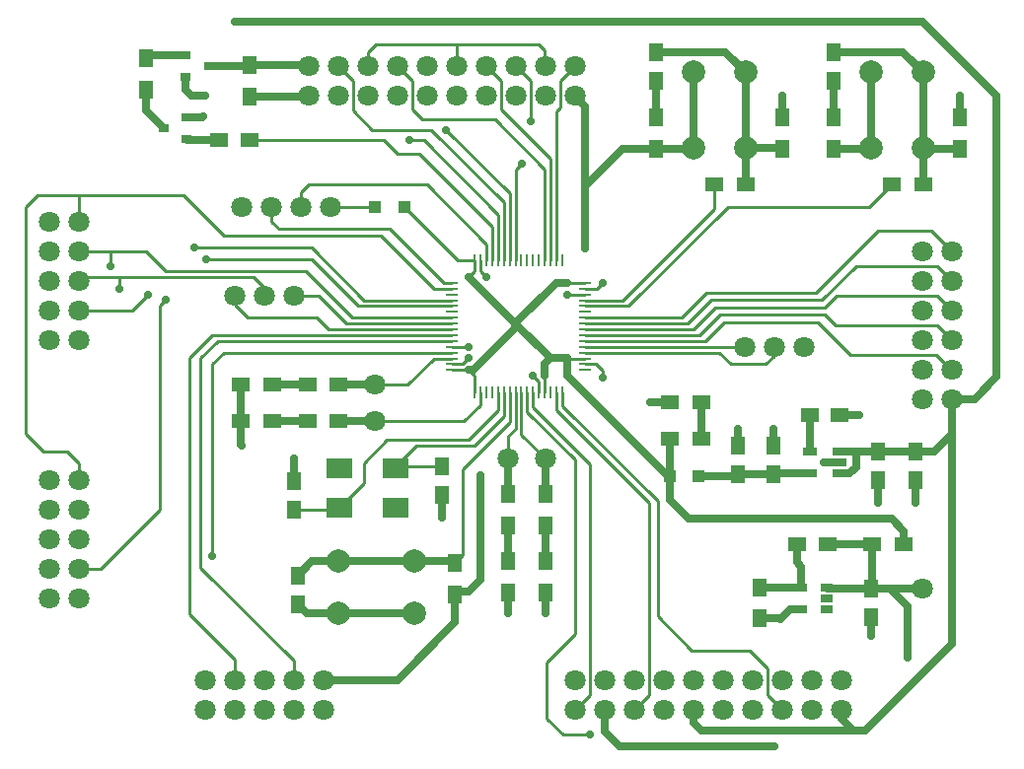
<source format=gbr>
G04 #@! TF.FileFunction,Copper,L1,Top,Signal*
%FSLAX46Y46*%
G04 Gerber Fmt 4.6, Leading zero omitted, Abs format (unit mm)*
G04 Created by KiCad (PCBNEW 4.0.7) date 05/24/18 15:50:37*
%MOMM*%
%LPD*%
G01*
G04 APERTURE LIST*
%ADD10C,0.100000*%
%ADD11C,2.000000*%
%ADD12R,0.900000X0.800000*%
%ADD13R,1.250000X1.500000*%
%ADD14R,1.500000X1.250000*%
%ADD15R,1.000000X1.000000*%
%ADD16R,1.500000X1.300000*%
%ADD17R,1.300000X1.500000*%
%ADD18C,1.800000*%
%ADD19R,1.060000X0.650000*%
%ADD20R,1.220000X0.650000*%
%ADD21R,0.250000X1.000000*%
%ADD22R,1.000000X0.250000*%
%ADD23R,2.250000X1.800000*%
%ADD24C,0.700000*%
%ADD25C,0.650000*%
%ADD26C,0.250000*%
G04 APERTURE END LIST*
D10*
D11*
X81325000Y-105405000D03*
X81325000Y-100905000D03*
X87825000Y-105405000D03*
X87825000Y-100905000D03*
D12*
X68215000Y-57470000D03*
X68215000Y-59370000D03*
X70215000Y-58420000D03*
D13*
X123825000Y-59670000D03*
X123825000Y-57170000D03*
X77825000Y-102155000D03*
X77825000Y-104655000D03*
X127000000Y-103250000D03*
X127000000Y-105750000D03*
X108585000Y-59670000D03*
X108585000Y-57170000D03*
X130810000Y-91460000D03*
X130810000Y-93960000D03*
X127635000Y-91460000D03*
X127635000Y-93960000D03*
D14*
X121813000Y-88392000D03*
X124313000Y-88392000D03*
D13*
X118618000Y-93452000D03*
X118618000Y-90952000D03*
X115570000Y-93452000D03*
X115570000Y-90952000D03*
X77470000Y-94000000D03*
X77470000Y-96500000D03*
X90170000Y-95230000D03*
X90170000Y-92730000D03*
D15*
X86975000Y-70485000D03*
X84475000Y-70485000D03*
X109748000Y-93599000D03*
X112248000Y-93599000D03*
D16*
X109775000Y-87249000D03*
X112475000Y-87249000D03*
D17*
X95885000Y-103585000D03*
X95885000Y-100885000D03*
X99060000Y-103585000D03*
X99060000Y-100885000D03*
D16*
X72945000Y-88900000D03*
X75645000Y-88900000D03*
X72945000Y-85725000D03*
X75645000Y-85725000D03*
D18*
X75565000Y-70485000D03*
X73025000Y-70485000D03*
X78105000Y-70485000D03*
X80645000Y-70485000D03*
X124460000Y-111125000D03*
X124460000Y-113665000D03*
X121920000Y-111125000D03*
X121920000Y-113665000D03*
X119380000Y-111125000D03*
X119380000Y-113665000D03*
X116840000Y-111125000D03*
X116840000Y-113665000D03*
X114300000Y-111125000D03*
X114300000Y-113665000D03*
X111760000Y-111125000D03*
X111760000Y-113665000D03*
X109220000Y-111125000D03*
X109220000Y-113665000D03*
X106680000Y-111125000D03*
X106680000Y-113665000D03*
X104140000Y-111125000D03*
X104140000Y-113665000D03*
X101600000Y-111125000D03*
X101600000Y-113665000D03*
X88900000Y-60960000D03*
X86360000Y-60960000D03*
X83820000Y-60960000D03*
X83820000Y-58420000D03*
X86360000Y-58420000D03*
X88900000Y-58420000D03*
X81280000Y-58420000D03*
X81280000Y-60960000D03*
X78740000Y-60960000D03*
X78740000Y-58420000D03*
X91440000Y-58420000D03*
X91440000Y-60960000D03*
X93980000Y-60960000D03*
X93980000Y-58420000D03*
X101600000Y-58420000D03*
X99060000Y-58420000D03*
X96520000Y-58420000D03*
X96520000Y-60960000D03*
X99060000Y-60960000D03*
X101600000Y-60960000D03*
X95885000Y-92075000D03*
X99060000Y-92075000D03*
X84455000Y-88900000D03*
X84455000Y-85725000D03*
X56515000Y-93980000D03*
X59055000Y-93980000D03*
X59055000Y-104140000D03*
X56515000Y-104140000D03*
X59055000Y-101600000D03*
X56515000Y-101600000D03*
X59055000Y-99060000D03*
X56515000Y-99060000D03*
X59055000Y-96520000D03*
X56515000Y-96520000D03*
X131445000Y-79375000D03*
X131445000Y-76835000D03*
X131445000Y-74295000D03*
X133985000Y-74295000D03*
X133985000Y-76835000D03*
X133985000Y-79375000D03*
X133985000Y-86995000D03*
X133985000Y-84455000D03*
X133985000Y-81915000D03*
X131445000Y-81915000D03*
X131445000Y-84455000D03*
X131445000Y-86995000D03*
X56515000Y-71755000D03*
X59055000Y-71755000D03*
X59055000Y-81915000D03*
X56515000Y-81915000D03*
X59055000Y-79375000D03*
X56515000Y-79375000D03*
X59055000Y-76835000D03*
X56515000Y-76835000D03*
X59055000Y-74295000D03*
X56515000Y-74295000D03*
X69850000Y-113665000D03*
X69850000Y-111125000D03*
X80010000Y-111125000D03*
X80010000Y-113665000D03*
X77470000Y-111125000D03*
X77470000Y-113665000D03*
X74930000Y-111125000D03*
X74930000Y-113665000D03*
X72390000Y-111125000D03*
X72390000Y-113665000D03*
X77470000Y-78105000D03*
X74930000Y-78105000D03*
X72390000Y-78105000D03*
X121285000Y-82550000D03*
X118745000Y-82550000D03*
X116205000Y-82550000D03*
D12*
X68310000Y-64704000D03*
X68310000Y-62804000D03*
X66310000Y-63754000D03*
D16*
X131525000Y-68580000D03*
X128825000Y-68580000D03*
X127150000Y-99500000D03*
X129850000Y-99500000D03*
X123350000Y-99500000D03*
X120650000Y-99500000D03*
D17*
X117500000Y-103150000D03*
X117500000Y-105850000D03*
X123825000Y-65485000D03*
X123825000Y-62785000D03*
X134620000Y-65485000D03*
X134620000Y-62785000D03*
X91325000Y-103755000D03*
X91325000Y-101055000D03*
D16*
X116285000Y-68580000D03*
X113585000Y-68580000D03*
D17*
X108585000Y-65485000D03*
X108585000Y-62785000D03*
X119380000Y-65485000D03*
X119380000Y-62785000D03*
D16*
X109775000Y-90424000D03*
X112475000Y-90424000D03*
D17*
X95885000Y-95170000D03*
X95885000Y-97870000D03*
X99060000Y-95170000D03*
X99060000Y-97870000D03*
D16*
X81360000Y-88900000D03*
X78660000Y-88900000D03*
X81360000Y-85725000D03*
X78660000Y-85725000D03*
X71040000Y-64770000D03*
X73740000Y-64770000D03*
D17*
X64770000Y-57705000D03*
X64770000Y-60405000D03*
X73660000Y-58340000D03*
X73660000Y-61040000D03*
D11*
X131500000Y-65405000D03*
X127000000Y-65405000D03*
X131500000Y-58905000D03*
X127000000Y-58905000D03*
X116260000Y-65405000D03*
X111760000Y-65405000D03*
X116260000Y-58905000D03*
X111760000Y-58905000D03*
D19*
X123255000Y-105065000D03*
X123255000Y-104115000D03*
X123255000Y-103165000D03*
X121055000Y-103165000D03*
X121055000Y-105065000D03*
D20*
X124373000Y-93406000D03*
X124373000Y-92456000D03*
X124373000Y-91506000D03*
X121753000Y-91506000D03*
X121753000Y-93406000D03*
D21*
X93020000Y-86456000D03*
X93520000Y-86456000D03*
X94020000Y-86456000D03*
X94520000Y-86456000D03*
X95020000Y-86456000D03*
X95520000Y-86456000D03*
X96020000Y-86456000D03*
X96520000Y-86456000D03*
X97020000Y-86456000D03*
X97520000Y-86456000D03*
X98020000Y-86456000D03*
X98520000Y-86456000D03*
X99020000Y-86456000D03*
X99520000Y-86456000D03*
X100020000Y-86456000D03*
X100520000Y-86456000D03*
D22*
X102470000Y-84506000D03*
X102470000Y-84006000D03*
X102470000Y-83506000D03*
X102470000Y-83006000D03*
X102470000Y-82506000D03*
X102470000Y-82006000D03*
X102470000Y-81506000D03*
X102470000Y-81006000D03*
X102470000Y-80506000D03*
X102470000Y-80006000D03*
X102470000Y-79506000D03*
X102470000Y-79006000D03*
X102470000Y-78506000D03*
X102470000Y-78006000D03*
X102470000Y-77506000D03*
X102470000Y-77006000D03*
D21*
X100520000Y-75056000D03*
X100020000Y-75056000D03*
X99520000Y-75056000D03*
X99020000Y-75056000D03*
X98520000Y-75056000D03*
X98020000Y-75056000D03*
X97520000Y-75056000D03*
X97020000Y-75056000D03*
X96520000Y-75056000D03*
X96020000Y-75056000D03*
X95520000Y-75056000D03*
X95020000Y-75056000D03*
X94520000Y-75056000D03*
X94020000Y-75056000D03*
X93520000Y-75056000D03*
X93020000Y-75056000D03*
D22*
X91070000Y-77006000D03*
X91070000Y-77506000D03*
X91070000Y-78006000D03*
X91070000Y-78506000D03*
X91070000Y-79006000D03*
X91070000Y-79506000D03*
X91070000Y-80006000D03*
X91070000Y-80506000D03*
X91070000Y-81006000D03*
X91070000Y-81506000D03*
X91070000Y-82006000D03*
X91070000Y-82506000D03*
X91070000Y-83006000D03*
X91070000Y-83506000D03*
X91070000Y-84006000D03*
X91070000Y-84506000D03*
D23*
X81395000Y-96315000D03*
X86245000Y-96315000D03*
X86245000Y-92915000D03*
X81395000Y-92915000D03*
D18*
X131445000Y-103251000D03*
D24*
X108077000Y-87249000D03*
X118618000Y-89535000D03*
X69723000Y-62738000D03*
X115570000Y-89535000D03*
X125984000Y-88392000D03*
X122936000Y-92456000D03*
X130810000Y-95885000D03*
X127635000Y-95885000D03*
X73000000Y-91000000D03*
X134620000Y-60960000D03*
X119380000Y-60960000D03*
X77470000Y-92075000D03*
X90170000Y-97155000D03*
X127000000Y-107315000D03*
X119253000Y-105918000D03*
X99060000Y-105410000D03*
X95885000Y-105410000D03*
X92500000Y-83500000D03*
X98000000Y-85000000D03*
X104013000Y-85153500D03*
X104000000Y-77000000D03*
X94000000Y-76500000D03*
X118745000Y-116840000D03*
X130175000Y-109220000D03*
X69850000Y-60960000D03*
X72390000Y-54610000D03*
X102489000Y-74041000D03*
X93500000Y-93500000D03*
X92500000Y-76500000D03*
X101000000Y-83500000D03*
X101000000Y-77000000D03*
X92500000Y-84500000D03*
X99000000Y-85000000D03*
X101000000Y-78000000D03*
X102870000Y-115824000D03*
X87376000Y-64770000D03*
X90551000Y-63881000D03*
X97790000Y-63119000D03*
X97028000Y-66802000D03*
X66500000Y-78500000D03*
X70000000Y-75000000D03*
X62500000Y-77500000D03*
X61722000Y-75565000D03*
X65000000Y-78000000D03*
X69000000Y-74000000D03*
X70500000Y-100500000D03*
X92500000Y-82500000D03*
D25*
X123825000Y-59670000D02*
X123825000Y-62785000D01*
X134620000Y-65485000D02*
X131580000Y-65485000D01*
D26*
X131580000Y-65485000D02*
X131500000Y-65405000D01*
D25*
X131500000Y-65405000D02*
X131500000Y-68555000D01*
D26*
X131500000Y-68555000D02*
X131525000Y-68580000D01*
D25*
X131500000Y-58905000D02*
X131500000Y-65405000D01*
X123825000Y-57170000D02*
X129765000Y-57170000D01*
X129765000Y-57170000D02*
X131500000Y-58905000D01*
D26*
X96020000Y-86456000D02*
X96020000Y-88980000D01*
X92000000Y-100380000D02*
X91325000Y-101055000D01*
X92000000Y-93000000D02*
X92000000Y-100380000D01*
X96020000Y-88980000D02*
X92000000Y-93000000D01*
D25*
X87825000Y-100905000D02*
X81325000Y-100905000D01*
D26*
X91825000Y-100555000D02*
X91325000Y-101055000D01*
D25*
X87825000Y-100905000D02*
X91175000Y-100905000D01*
D26*
X91175000Y-100905000D02*
X91325000Y-101055000D01*
D25*
X81325000Y-100905000D02*
X79075000Y-100905000D01*
X79075000Y-100905000D02*
X77825000Y-102155000D01*
X109775000Y-87249000D02*
X108077000Y-87249000D01*
X118618000Y-90952000D02*
X118618000Y-89535000D01*
X68310000Y-62804000D02*
X69657000Y-62804000D01*
D26*
X69657000Y-62804000D02*
X69723000Y-62738000D01*
D25*
X115570000Y-90952000D02*
X115570000Y-89535000D01*
D26*
X115570000Y-90952000D02*
X115570000Y-89535000D01*
D25*
X124313000Y-88392000D02*
X125984000Y-88392000D01*
X124373000Y-92456000D02*
X122936000Y-92456000D01*
X130810000Y-93960000D02*
X130810000Y-95885000D01*
X127635000Y-93960000D02*
X127635000Y-95885000D01*
X72945000Y-88900000D02*
X72945000Y-90945000D01*
D26*
X72945000Y-90945000D02*
X73000000Y-91000000D01*
D25*
X72945000Y-85725000D02*
X72945000Y-88900000D01*
X134620000Y-62785000D02*
X134620000Y-60960000D01*
X119380000Y-62785000D02*
X119380000Y-60960000D01*
X77470000Y-94000000D02*
X77470000Y-92075000D01*
X90170000Y-95230000D02*
X90170000Y-97155000D01*
X127000000Y-105750000D02*
X127000000Y-107315000D01*
X121055000Y-105065000D02*
X120106000Y-105065000D01*
D26*
X119185000Y-105850000D02*
X119253000Y-105918000D01*
D25*
X119185000Y-105850000D02*
X117500000Y-105850000D01*
X120106000Y-105065000D02*
X119253000Y-105918000D01*
X99060000Y-103585000D02*
X99060000Y-105410000D01*
X95885000Y-103585000D02*
X95885000Y-105410000D01*
X81325000Y-105405000D02*
X87825000Y-105405000D01*
X81325000Y-105405000D02*
X78575000Y-105405000D01*
X78575000Y-105405000D02*
X77825000Y-104655000D01*
D26*
X91070000Y-84006000D02*
X91994000Y-84006000D01*
X91994000Y-84006000D02*
X92500000Y-83500000D01*
X98520000Y-86456000D02*
X98520000Y-85520000D01*
X98520000Y-85520000D02*
X98000000Y-85000000D01*
X102470000Y-84006000D02*
X103437000Y-84006000D01*
X104013000Y-84582000D02*
X104013000Y-85153500D01*
X103437000Y-84006000D02*
X104013000Y-84582000D01*
X102470000Y-77506000D02*
X103494000Y-77506000D01*
X103494000Y-77506000D02*
X104000000Y-77000000D01*
X93520000Y-75056000D02*
X93520000Y-76020000D01*
X93520000Y-76020000D02*
X94000000Y-76500000D01*
D25*
X73660000Y-61040000D02*
X78660000Y-61040000D01*
D26*
X78660000Y-61040000D02*
X78740000Y-60960000D01*
D25*
X127000000Y-103250000D02*
X131444000Y-103250000D01*
X131444000Y-103250000D02*
X131445000Y-103251000D01*
X105410000Y-116840000D02*
X104140000Y-115570000D01*
X109220000Y-116840000D02*
X105410000Y-116840000D01*
X109220000Y-116840000D02*
X118745000Y-116840000D01*
X104140000Y-113665000D02*
X104140000Y-115570000D01*
X127000000Y-103250000D02*
X128650000Y-103250000D01*
X128650000Y-103250000D02*
X130175000Y-104775000D01*
X130175000Y-104775000D02*
X130175000Y-109220000D01*
D26*
X104013000Y-113792000D02*
X104140000Y-113665000D01*
D25*
X127000000Y-103250000D02*
X123340000Y-103250000D01*
D26*
X123340000Y-103250000D02*
X123255000Y-103165000D01*
D25*
X127150000Y-99500000D02*
X127150000Y-103100000D01*
D26*
X127150000Y-103100000D02*
X127000000Y-103250000D01*
D25*
X123350000Y-99500000D02*
X127150000Y-99500000D01*
X108585000Y-59670000D02*
X108585000Y-62785000D01*
X116260000Y-65405000D02*
X119300000Y-65405000D01*
D26*
X119300000Y-65405000D02*
X119380000Y-65485000D01*
D25*
X108585000Y-57170000D02*
X114525000Y-57170000D01*
X114525000Y-57170000D02*
X116260000Y-58905000D01*
X116260000Y-65405000D02*
X116260000Y-58905000D01*
X116285000Y-68580000D02*
X116285000Y-65430000D01*
D26*
X116285000Y-65430000D02*
X116260000Y-65405000D01*
D25*
X111760000Y-114760000D02*
X111760000Y-113665000D01*
X125500000Y-115500000D02*
X112500000Y-115500000D01*
X112500000Y-115500000D02*
X111760000Y-114760000D01*
D26*
X124460000Y-113665000D02*
X124460000Y-114460000D01*
D25*
X124460000Y-114460000D02*
X125500000Y-115500000D01*
X133985000Y-89985000D02*
X133985000Y-108015000D01*
X133985000Y-108015000D02*
X126500000Y-115500000D01*
X126500000Y-115500000D02*
X125500000Y-115500000D01*
X133985000Y-86995000D02*
X133985000Y-89985000D01*
X132500000Y-91470000D02*
X130820000Y-91470000D01*
X133985000Y-89985000D02*
X132500000Y-91470000D01*
D26*
X130820000Y-91470000D02*
X130810000Y-91460000D01*
D25*
X69850000Y-60960000D02*
X68707000Y-60960000D01*
X68707000Y-60960000D02*
X68215000Y-60468000D01*
X68215000Y-60468000D02*
X68215000Y-59370000D01*
X133985000Y-86995000D02*
X135890000Y-86995000D01*
X131445000Y-54610000D02*
X72390000Y-54610000D01*
X137795000Y-60960000D02*
X131445000Y-54610000D01*
X137795000Y-85090000D02*
X137795000Y-60960000D01*
X135890000Y-86995000D02*
X137795000Y-85090000D01*
X124373000Y-93406000D02*
X125161000Y-93406000D01*
X125730000Y-92837000D02*
X125730000Y-91506000D01*
X125161000Y-93406000D02*
X125730000Y-92837000D01*
X124373000Y-91506000D02*
X125730000Y-91506000D01*
X125730000Y-91506000D02*
X127589000Y-91506000D01*
D26*
X127589000Y-91506000D02*
X127635000Y-91460000D01*
D25*
X130810000Y-91460000D02*
X127635000Y-91460000D01*
D26*
X133985000Y-86995000D02*
X133985000Y-87630000D01*
D25*
X102489000Y-74041000D02*
X102470000Y-74041000D01*
X102470000Y-74041000D02*
X102489000Y-74041000D01*
X102489000Y-74041000D02*
X102470000Y-74041000D01*
X101600000Y-60960000D02*
X102470000Y-61830000D01*
X102470000Y-61830000D02*
X102470000Y-74041000D01*
X99000000Y-85000000D02*
X99000000Y-84000000D01*
X99000000Y-84000000D02*
X99500000Y-83500000D01*
X92500000Y-84500000D02*
X92919000Y-84500000D01*
X96500000Y-80919000D02*
X96500000Y-80500000D01*
X92919000Y-84500000D02*
X96500000Y-80919000D01*
X109775000Y-90424000D02*
X109775000Y-93572000D01*
X109775000Y-93572000D02*
X109748000Y-93599000D01*
X129850000Y-99500000D02*
X129850000Y-98354000D01*
X109748000Y-95651000D02*
X109748000Y-93599000D01*
X111379000Y-97282000D02*
X109748000Y-95651000D01*
X128778000Y-97282000D02*
X111379000Y-97282000D01*
X129850000Y-98354000D02*
X128778000Y-97282000D01*
X96500000Y-80500000D02*
X93000000Y-77000000D01*
X93000000Y-77000000D02*
X92500000Y-76500000D01*
X91325000Y-103755000D02*
X91325000Y-106175000D01*
X86375000Y-111125000D02*
X80010000Y-111125000D01*
X91325000Y-106175000D02*
X86375000Y-111125000D01*
X92500000Y-103500000D02*
X91580000Y-103500000D01*
X93500000Y-102500000D02*
X92500000Y-103500000D01*
X93500000Y-102000000D02*
X93500000Y-102500000D01*
X93500000Y-93500000D02*
X93500000Y-102000000D01*
D26*
X91580000Y-103500000D02*
X91325000Y-103755000D01*
X109748000Y-93599000D02*
X109599000Y-93599000D01*
D25*
X109599000Y-93599000D02*
X101000000Y-85000000D01*
X101000000Y-85000000D02*
X101000000Y-83500000D01*
D26*
X93020000Y-86456000D02*
X93020000Y-85020000D01*
X93020000Y-85020000D02*
X92500000Y-84500000D01*
X93020000Y-75056000D02*
X93020000Y-75980000D01*
X93020000Y-75980000D02*
X92500000Y-76500000D01*
X93020000Y-75056000D02*
X91546000Y-75056000D01*
X91546000Y-75056000D02*
X86975000Y-70485000D01*
D25*
X108585000Y-65485000D02*
X105711000Y-65485000D01*
X105711000Y-65485000D02*
X102470000Y-68726000D01*
D26*
X102470000Y-68726000D02*
X102470000Y-61830000D01*
D25*
X96500000Y-80500000D02*
X100000000Y-77000000D01*
X100000000Y-77000000D02*
X101000000Y-77000000D01*
X101000000Y-83500000D02*
X99500000Y-83500000D01*
X99500000Y-83500000D02*
X96500000Y-80500000D01*
D26*
X109775000Y-93572000D02*
X109748000Y-93599000D01*
X102470000Y-83506000D02*
X101006000Y-83506000D01*
X101006000Y-83506000D02*
X101000000Y-83500000D01*
D25*
X127000000Y-58905000D02*
X127000000Y-65405000D01*
X123825000Y-65485000D02*
X126920000Y-65485000D01*
D26*
X126920000Y-65485000D02*
X127000000Y-65405000D01*
D25*
X108585000Y-65485000D02*
X111680000Y-65485000D01*
D26*
X111680000Y-65485000D02*
X111760000Y-65405000D01*
D25*
X111760000Y-65405000D02*
X111760000Y-58905000D01*
D26*
X102470000Y-77006000D02*
X101500000Y-77006000D01*
X101006000Y-77006000D02*
X101000000Y-77000000D01*
X101500000Y-77006000D02*
X101006000Y-77006000D01*
X91070000Y-84506000D02*
X92494000Y-84506000D01*
X92494000Y-84506000D02*
X92500000Y-84500000D01*
X99020000Y-86456000D02*
X99020000Y-85020000D01*
X99020000Y-85020000D02*
X99000000Y-85000000D01*
D25*
X121753000Y-91506000D02*
X121753000Y-88452000D01*
D26*
X121753000Y-88452000D02*
X121813000Y-88392000D01*
D25*
X115570000Y-93452000D02*
X118618000Y-93452000D01*
X121753000Y-93406000D02*
X118664000Y-93406000D01*
D26*
X118664000Y-93406000D02*
X118618000Y-93452000D01*
D25*
X112248000Y-93599000D02*
X115423000Y-93599000D01*
D26*
X115423000Y-93599000D02*
X115570000Y-93452000D01*
X115423000Y-93599000D02*
X115570000Y-93452000D01*
X118664000Y-93406000D02*
X118618000Y-93452000D01*
X102470000Y-78006000D02*
X101006000Y-78006000D01*
X101006000Y-78006000D02*
X101000000Y-78000000D01*
X95020000Y-86456000D02*
X95020000Y-87980000D01*
X83500000Y-94210000D02*
X81395000Y-96315000D01*
X83500000Y-92500000D02*
X83500000Y-94210000D01*
X85500000Y-90500000D02*
X83500000Y-92500000D01*
X92500000Y-90500000D02*
X85500000Y-90500000D01*
X95020000Y-87980000D02*
X92500000Y-90500000D01*
X77470000Y-96500000D02*
X81210000Y-96500000D01*
X81210000Y-96500000D02*
X81395000Y-96315000D01*
X81337000Y-96373000D02*
X81395000Y-96315000D01*
X95520000Y-86456000D02*
X95520000Y-88480000D01*
X88000000Y-91000000D02*
X86245000Y-92755000D01*
X93000000Y-91000000D02*
X88000000Y-91000000D01*
X95520000Y-88480000D02*
X93000000Y-91000000D01*
X86245000Y-92755000D02*
X86245000Y-92915000D01*
X90170000Y-92730000D02*
X86430000Y-92730000D01*
X86430000Y-92730000D02*
X86245000Y-92915000D01*
X86303000Y-92857000D02*
X86245000Y-92915000D01*
X84475000Y-70485000D02*
X80645000Y-70485000D01*
D25*
X112475000Y-89789000D02*
X112475000Y-87249000D01*
X95885000Y-97870000D02*
X95885000Y-100885000D01*
X99060000Y-97870000D02*
X99060000Y-100885000D01*
X75645000Y-88900000D02*
X78660000Y-88900000D01*
X78660000Y-85725000D02*
X75645000Y-85725000D01*
D26*
X91070000Y-77006000D02*
X90341000Y-77006000D01*
X75565000Y-71755000D02*
X75565000Y-70485000D01*
X76200000Y-72390000D02*
X75565000Y-71755000D01*
X85725000Y-72390000D02*
X76200000Y-72390000D01*
X90341000Y-77006000D02*
X85725000Y-72390000D01*
X94020000Y-75056000D02*
X94020000Y-73700000D01*
X78105000Y-69215000D02*
X78105000Y-70485000D01*
X78740000Y-68580000D02*
X78105000Y-69215000D01*
X88900000Y-68580000D02*
X78740000Y-68580000D01*
X94020000Y-73700000D02*
X88900000Y-68580000D01*
X98020000Y-86456000D02*
X98020000Y-87733000D01*
X102870000Y-112395000D02*
X102870000Y-108712000D01*
X102870000Y-112395000D02*
X101600000Y-113665000D01*
X102870000Y-92583000D02*
X102870000Y-108712000D01*
X98020000Y-87733000D02*
X102870000Y-92583000D01*
X100020000Y-86456000D02*
X100020000Y-87955000D01*
X107950000Y-112395000D02*
X106680000Y-113665000D01*
X107950000Y-95885000D02*
X107950000Y-112395000D01*
X100020000Y-87955000D02*
X107950000Y-95885000D01*
X97520000Y-88122000D02*
X101600000Y-92202000D01*
X101600000Y-92202000D02*
X101600000Y-107188000D01*
X101600000Y-107188000D02*
X99187000Y-109601000D01*
X99187000Y-109601000D02*
X99187000Y-114427000D01*
X99187000Y-114427000D02*
X100584000Y-115824000D01*
X100584000Y-115824000D02*
X102870000Y-115824000D01*
X97520000Y-86456000D02*
X97520000Y-88122000D01*
X100520000Y-86456000D02*
X100520000Y-87566000D01*
X118110000Y-112395000D02*
X119380000Y-113665000D01*
X118110000Y-110109000D02*
X118110000Y-112395000D01*
X116586000Y-108585000D02*
X118110000Y-110109000D01*
X111633000Y-108585000D02*
X116586000Y-108585000D01*
X108712000Y-105664000D02*
X111633000Y-108585000D01*
X108712000Y-95758000D02*
X108712000Y-105664000D01*
X100520000Y-87566000D02*
X108712000Y-95758000D01*
X95020000Y-75056000D02*
X95020000Y-71144000D01*
X88646000Y-64770000D02*
X87376000Y-64770000D01*
X95020000Y-71144000D02*
X88646000Y-64770000D01*
X91440000Y-58420000D02*
X91440000Y-56560000D01*
X91440000Y-56560000D02*
X91500000Y-56500000D01*
X83820000Y-58420000D02*
X83820000Y-57180000D01*
X99000000Y-57000000D02*
X99000000Y-58360000D01*
X98500000Y-56500000D02*
X99000000Y-57000000D01*
X98000000Y-56500000D02*
X98500000Y-56500000D01*
X91500000Y-56500000D02*
X98000000Y-56500000D01*
X84500000Y-56500000D02*
X91500000Y-56500000D01*
X83820000Y-57180000D02*
X84500000Y-56500000D01*
X99000000Y-58360000D02*
X99060000Y-58420000D01*
X99020000Y-75056000D02*
X99020000Y-67270000D01*
X87630000Y-59690000D02*
X86360000Y-58420000D01*
X87630000Y-62103000D02*
X87630000Y-59690000D01*
X88519000Y-62992000D02*
X87630000Y-62103000D01*
X94742000Y-62992000D02*
X88519000Y-62992000D01*
X99020000Y-67270000D02*
X94742000Y-62992000D01*
X96020000Y-75056000D02*
X96020000Y-69350000D01*
X96020000Y-69350000D02*
X90551000Y-63881000D01*
X95520000Y-75056000D02*
X95520000Y-70120000D01*
X82550000Y-59690000D02*
X81280000Y-58420000D01*
X82550000Y-62230000D02*
X82550000Y-59690000D01*
X84201000Y-63881000D02*
X82550000Y-62230000D01*
X89281000Y-63881000D02*
X84201000Y-63881000D01*
X95520000Y-70120000D02*
X89281000Y-63881000D01*
D25*
X73660000Y-58340000D02*
X78660000Y-58340000D01*
D26*
X78660000Y-58340000D02*
X78740000Y-58420000D01*
D25*
X70215000Y-58420000D02*
X73580000Y-58420000D01*
D26*
X73580000Y-58420000D02*
X73660000Y-58340000D01*
X99520000Y-75056000D02*
X99520000Y-66373000D01*
X95250000Y-59690000D02*
X93980000Y-58420000D01*
X95250000Y-62103000D02*
X95250000Y-59690000D01*
X99520000Y-66373000D02*
X95250000Y-62103000D01*
X100020000Y-75056000D02*
X100020000Y-62286000D01*
X100330000Y-59690000D02*
X101600000Y-58420000D01*
X100330000Y-61976000D02*
X100330000Y-59690000D01*
X100020000Y-62286000D02*
X100330000Y-61976000D01*
X96520000Y-75056000D02*
X96520000Y-67310000D01*
X97790000Y-59690000D02*
X96520000Y-58420000D01*
X97790000Y-63119000D02*
X97790000Y-59690000D01*
X96520000Y-67310000D02*
X97028000Y-66802000D01*
D25*
X95885000Y-92075000D02*
X95885000Y-95170000D01*
D26*
X95885000Y-92075000D02*
X95885000Y-90170000D01*
X96520000Y-89535000D02*
X96520000Y-86456000D01*
X95885000Y-90170000D02*
X96520000Y-89535000D01*
D25*
X99060000Y-92075000D02*
X99060000Y-95170000D01*
D26*
X97020000Y-86456000D02*
X97020000Y-90035000D01*
X97020000Y-90035000D02*
X99060000Y-92075000D01*
D25*
X81360000Y-88900000D02*
X84455000Y-88900000D01*
D26*
X93520000Y-86456000D02*
X93520000Y-87480000D01*
X92100000Y-88900000D02*
X84455000Y-88900000D01*
X93520000Y-87480000D02*
X92100000Y-88900000D01*
D25*
X81360000Y-85725000D02*
X84455000Y-85725000D01*
D26*
X91070000Y-83506000D02*
X89494000Y-83506000D01*
X87275000Y-85725000D02*
X84455000Y-85725000D01*
X89494000Y-83506000D02*
X87275000Y-85725000D01*
X59055000Y-71755000D02*
X59055000Y-69500000D01*
X59055000Y-69500000D02*
X59000000Y-69500000D01*
X91070000Y-77506000D02*
X89506000Y-77506000D01*
X59055000Y-92555000D02*
X59055000Y-93980000D01*
X58000000Y-91500000D02*
X59055000Y-92555000D01*
X56000000Y-91500000D02*
X58000000Y-91500000D01*
X54500000Y-90000000D02*
X56000000Y-91500000D01*
X54500000Y-70500000D02*
X54500000Y-90000000D01*
X55500000Y-69500000D02*
X54500000Y-70500000D01*
X68000000Y-69500000D02*
X59000000Y-69500000D01*
X59000000Y-69500000D02*
X55500000Y-69500000D01*
X71500000Y-73000000D02*
X68000000Y-69500000D01*
X85000000Y-73000000D02*
X71500000Y-73000000D01*
X89506000Y-77506000D02*
X85000000Y-73000000D01*
X91070000Y-79006000D02*
X83006000Y-79006000D01*
X60900000Y-101600000D02*
X59055000Y-101600000D01*
X66000000Y-96500000D02*
X60900000Y-101600000D01*
X66000000Y-79000000D02*
X66000000Y-96500000D01*
X66500000Y-78500000D02*
X66000000Y-79000000D01*
X79000000Y-75000000D02*
X70000000Y-75000000D01*
X83006000Y-79006000D02*
X79000000Y-75000000D01*
X62500000Y-76500000D02*
X62500000Y-77500000D01*
X74930000Y-78105000D02*
X74930000Y-77430000D01*
X74930000Y-77430000D02*
X74000000Y-76500000D01*
X74000000Y-76500000D02*
X62500000Y-76500000D01*
X62500000Y-76500000D02*
X59390000Y-76500000D01*
X59390000Y-76500000D02*
X59055000Y-76835000D01*
X61722000Y-74295000D02*
X61722000Y-75565000D01*
X61500000Y-74295000D02*
X61595000Y-74295000D01*
X91070000Y-80006000D02*
X82506000Y-80006000D01*
X82506000Y-80006000D02*
X78500000Y-76000000D01*
X78500000Y-76000000D02*
X66500000Y-76000000D01*
X66500000Y-76000000D02*
X64795000Y-74295000D01*
X64795000Y-74295000D02*
X61722000Y-74295000D01*
X61722000Y-74295000D02*
X61595000Y-74295000D01*
X61595000Y-74295000D02*
X59055000Y-74295000D01*
X59795000Y-74295000D02*
X59055000Y-74295000D01*
X105664000Y-80006000D02*
X110748000Y-80006000D01*
X127635000Y-72517000D02*
X129921000Y-72517000D01*
X122301000Y-77851000D02*
X127635000Y-72517000D01*
X112903000Y-77851000D02*
X122301000Y-77851000D01*
X110748000Y-80006000D02*
X112903000Y-77851000D01*
X102470000Y-80006000D02*
X105664000Y-80006000D01*
X105664000Y-80006000D02*
X106176000Y-80006000D01*
X132207000Y-72517000D02*
X133985000Y-74295000D01*
X129921000Y-72517000D02*
X132207000Y-72517000D01*
X106426000Y-80506000D02*
X111264000Y-80506000D01*
X125730000Y-75565000D02*
X131445000Y-75565000D01*
X122809000Y-78486000D02*
X125730000Y-75565000D01*
X113284000Y-78486000D02*
X122809000Y-78486000D01*
X111264000Y-80506000D02*
X113284000Y-78486000D01*
X102470000Y-80506000D02*
X106426000Y-80506000D01*
X106426000Y-80506000D02*
X106692000Y-80506000D01*
X132715000Y-75565000D02*
X133985000Y-76835000D01*
X131445000Y-75565000D02*
X132715000Y-75565000D01*
X130048000Y-75565000D02*
X131445000Y-75565000D01*
X107315000Y-81006000D02*
X111780000Y-81006000D01*
X124079000Y-78105000D02*
X131064000Y-78105000D01*
X123952000Y-78232000D02*
X124079000Y-78105000D01*
X123063000Y-79121000D02*
X123952000Y-78232000D01*
X113665000Y-79121000D02*
X123063000Y-79121000D01*
X111780000Y-81006000D02*
X113665000Y-79121000D01*
X102470000Y-81006000D02*
X107315000Y-81006000D01*
X107315000Y-81006000D02*
X107335000Y-81006000D01*
X132715000Y-78105000D02*
X133985000Y-79375000D01*
X131064000Y-78105000D02*
X132715000Y-78105000D01*
X129667000Y-78105000D02*
X131064000Y-78105000D01*
X108585000Y-82006000D02*
X112812000Y-82006000D01*
X125222000Y-83185000D02*
X130302000Y-83185000D01*
X122428000Y-80391000D02*
X125222000Y-83185000D01*
X114427000Y-80391000D02*
X122428000Y-80391000D01*
X112812000Y-82006000D02*
X114427000Y-80391000D01*
X102470000Y-82006000D02*
X108585000Y-82006000D01*
X108585000Y-82006000D02*
X108621000Y-82006000D01*
X132588000Y-83185000D02*
X133858000Y-84455000D01*
X130302000Y-83185000D02*
X132588000Y-83185000D01*
X129921000Y-83185000D02*
X130302000Y-83185000D01*
X133858000Y-84455000D02*
X133985000Y-84455000D01*
X107823000Y-81506000D02*
X112296000Y-81506000D01*
X123952000Y-80645000D02*
X131318000Y-80645000D01*
X123063000Y-79756000D02*
X123952000Y-80645000D01*
X114046000Y-79756000D02*
X123063000Y-79756000D01*
X112296000Y-81506000D02*
X114046000Y-79756000D01*
X102470000Y-81506000D02*
X107823000Y-81506000D01*
X107823000Y-81506000D02*
X107978000Y-81506000D01*
X132715000Y-80645000D02*
X133985000Y-81915000D01*
X131318000Y-80645000D02*
X132715000Y-80645000D01*
X129921000Y-80645000D02*
X131318000Y-80645000D01*
X91070000Y-78506000D02*
X83506000Y-78506000D01*
X63625000Y-79375000D02*
X59055000Y-79375000D01*
X65000000Y-78000000D02*
X63625000Y-79375000D01*
X79000000Y-74000000D02*
X69000000Y-74000000D01*
X83506000Y-78506000D02*
X79000000Y-74000000D01*
X91070000Y-82006000D02*
X70994000Y-82006000D01*
X77470000Y-109470000D02*
X77470000Y-111125000D01*
X69500000Y-101500000D02*
X77470000Y-109470000D01*
X69500000Y-83500000D02*
X69500000Y-101500000D01*
X70994000Y-82006000D02*
X69500000Y-83500000D01*
X91070000Y-83006000D02*
X71494000Y-83006000D01*
X70500000Y-84000000D02*
X70500000Y-100500000D01*
X71494000Y-83006000D02*
X70500000Y-84000000D01*
X91070000Y-81506000D02*
X70494000Y-81506000D01*
X72390000Y-109390000D02*
X72390000Y-111125000D01*
X68500000Y-105500000D02*
X72390000Y-109390000D01*
X68500000Y-83500000D02*
X68500000Y-105500000D01*
X70494000Y-81506000D02*
X68500000Y-83500000D01*
X91070000Y-81006000D02*
X80506000Y-81006000D01*
X73500000Y-80000000D02*
X72390000Y-78890000D01*
X79500000Y-80000000D02*
X73500000Y-80000000D01*
X80506000Y-81006000D02*
X79500000Y-80000000D01*
X72390000Y-78890000D02*
X72390000Y-78105000D01*
X91070000Y-80506000D02*
X82006000Y-80506000D01*
X79605000Y-78105000D02*
X77470000Y-78105000D01*
X82006000Y-80506000D02*
X79605000Y-78105000D01*
X102470000Y-82506000D02*
X116161000Y-82506000D01*
X116161000Y-82506000D02*
X116205000Y-82550000D01*
X102470000Y-83006000D02*
X114006000Y-83006000D01*
X118000000Y-84000000D02*
X118745000Y-83255000D01*
X115000000Y-84000000D02*
X118000000Y-84000000D01*
X114006000Y-83006000D02*
X115000000Y-84000000D01*
X118745000Y-83255000D02*
X118745000Y-82550000D01*
D25*
X71040000Y-64770000D02*
X68376000Y-64770000D01*
D26*
X68376000Y-64770000D02*
X68310000Y-64704000D01*
X66310000Y-63754000D02*
X66294000Y-63754000D01*
D25*
X66294000Y-63754000D02*
X64770000Y-62230000D01*
X64770000Y-62230000D02*
X64770000Y-60405000D01*
X68215000Y-57470000D02*
X65005000Y-57470000D01*
D26*
X65005000Y-57470000D02*
X64770000Y-57705000D01*
X102470000Y-79006000D02*
X106244000Y-79006000D01*
X126905000Y-70500000D02*
X128825000Y-68580000D01*
X114750000Y-70500000D02*
X126905000Y-70500000D01*
X106244000Y-79006000D02*
X114750000Y-70500000D01*
D25*
X121055000Y-103165000D02*
X121055000Y-101370000D01*
X120650000Y-100965000D02*
X120650000Y-99500000D01*
X121055000Y-101370000D02*
X120650000Y-100965000D01*
X117500000Y-103150000D02*
X121040000Y-103150000D01*
D26*
X121040000Y-103150000D02*
X121055000Y-103165000D01*
X102470000Y-78506000D02*
X105744000Y-78506000D01*
X113585000Y-70665000D02*
X113585000Y-68580000D01*
X105744000Y-78506000D02*
X113585000Y-70665000D01*
X91070000Y-82506000D02*
X92494000Y-82506000D01*
X92494000Y-82506000D02*
X92500000Y-82500000D01*
X94520000Y-75056000D02*
X94520000Y-72168000D01*
X85217000Y-64770000D02*
X73740000Y-64770000D01*
X86360000Y-65913000D02*
X85217000Y-64770000D01*
X88265000Y-65913000D02*
X86360000Y-65913000D01*
X94520000Y-72168000D02*
X88265000Y-65913000D01*
M02*

</source>
